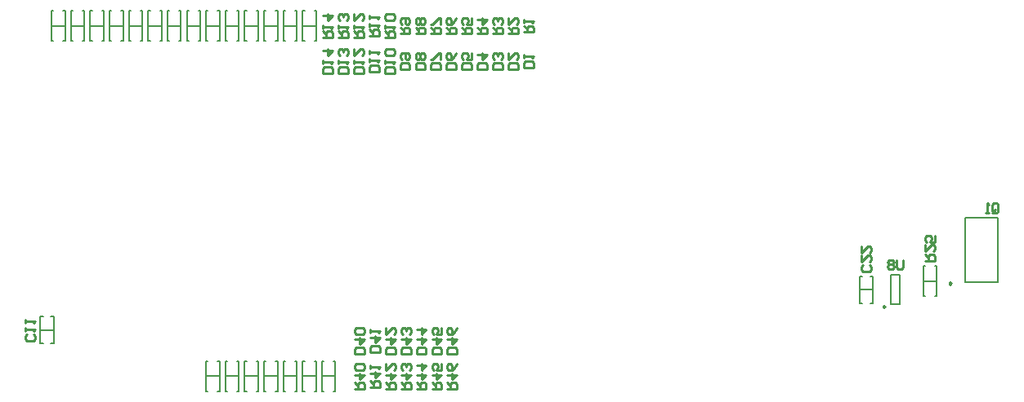
<source format=gbo>
G04*
G04 #@! TF.GenerationSoftware,Altium Limited,Altium Designer,22.8.2 (66)*
G04*
G04 Layer_Color=32896*
%FSLAX25Y25*%
%MOIN*%
G70*
G04*
G04 #@! TF.SameCoordinates,268FDEF5-58AA-4C19-BA7F-D61DA105112B*
G04*
G04*
G04 #@! TF.FilePolarity,Positive*
G04*
G01*
G75*
%ADD10C,0.00984*%
%ADD11C,0.00394*%
%ADD13C,0.01000*%
%ADD15C,0.00591*%
%ADD16C,0.00787*%
D10*
X580020Y350984D02*
X579282Y351410D01*
Y350558D01*
X580020Y350984D01*
X552854Y341437D02*
X552116Y341863D01*
Y341011D01*
X552854Y341437D01*
D11*
X281890Y321850D02*
D03*
X289764D02*
D03*
X297638D02*
D03*
X305512D02*
D03*
X313386D02*
D03*
X321260D02*
D03*
X329134D02*
D03*
X299606Y447441D02*
D03*
X228740D02*
D03*
X315354D02*
D03*
X291732D02*
D03*
X252362D02*
D03*
X244488D02*
D03*
X260236D02*
D03*
X283858D02*
D03*
X268110D02*
D03*
X275984D02*
D03*
X307480D02*
D03*
X236614D02*
D03*
X220866D02*
D03*
X212992D02*
D03*
D13*
X546588Y358400D02*
X547243Y357744D01*
Y356432D01*
X546588Y355776D01*
X543964D01*
X543308Y356432D01*
Y357744D01*
X543964Y358400D01*
X543308Y362335D02*
Y359712D01*
X545931Y362335D01*
X546588D01*
X547243Y361680D01*
Y360368D01*
X546588Y359712D01*
X543308Y366271D02*
Y363647D01*
X545931Y366271D01*
X546588D01*
X547243Y365615D01*
Y364303D01*
X546588Y363647D01*
X560366Y360629D02*
Y357349D01*
X559710Y356694D01*
X558398D01*
X557743Y357349D01*
Y360629D01*
X556431Y359973D02*
X555775Y360629D01*
X554463D01*
X553807Y359973D01*
Y359317D01*
X554463Y358661D01*
X553807Y358005D01*
Y357349D01*
X554463Y356694D01*
X555775D01*
X556431Y357349D01*
Y358005D01*
X555775Y358661D01*
X556431Y359317D01*
Y359973D01*
X555775Y358661D02*
X554463D01*
X374410Y307745D02*
X378346D01*
Y309712D01*
X377690Y310368D01*
X376378D01*
X375722Y309712D01*
Y307745D01*
Y309056D02*
X374410Y310368D01*
Y313648D02*
X378346D01*
X376378Y311680D01*
Y314304D01*
X378346Y318240D02*
X377690Y316928D01*
X376378Y315616D01*
X375066D01*
X374410Y316272D01*
Y317584D01*
X375066Y318240D01*
X375722D01*
X376378Y317584D01*
Y315616D01*
X368111Y307745D02*
X372047D01*
Y309712D01*
X371391Y310368D01*
X370079D01*
X369423Y309712D01*
Y307745D01*
Y309056D02*
X368111Y310368D01*
Y313648D02*
X372047D01*
X370079Y311680D01*
Y314304D01*
X372047Y318240D02*
Y315616D01*
X370079D01*
X370735Y316928D01*
Y317584D01*
X370079Y318240D01*
X368767D01*
X368111Y317584D01*
Y316272D01*
X368767Y315616D01*
X361812Y307745D02*
X365747D01*
Y309712D01*
X365091Y310368D01*
X363779D01*
X363124Y309712D01*
Y307745D01*
Y309056D02*
X361812Y310368D01*
Y313648D02*
X365747D01*
X363779Y311680D01*
Y314304D01*
X361812Y317584D02*
X365747D01*
X363779Y315616D01*
Y318240D01*
X355512Y307745D02*
X359448D01*
Y309712D01*
X358792Y310368D01*
X357480D01*
X356824Y309712D01*
Y307745D01*
Y309056D02*
X355512Y310368D01*
Y313648D02*
X359448D01*
X357480Y311680D01*
Y314304D01*
X358792Y315616D02*
X359448Y316272D01*
Y317584D01*
X358792Y318240D01*
X358136D01*
X357480Y317584D01*
Y316928D01*
Y317584D01*
X356824Y318240D01*
X356168D01*
X355512Y317584D01*
Y316272D01*
X356168Y315616D01*
X349213Y307745D02*
X353149D01*
Y309712D01*
X352493Y310368D01*
X351181D01*
X350525Y309712D01*
Y307745D01*
Y309056D02*
X349213Y310368D01*
Y313648D02*
X353149D01*
X351181Y311680D01*
Y314304D01*
X349213Y318240D02*
Y315616D01*
X351837Y318240D01*
X352493D01*
X353149Y317584D01*
Y316272D01*
X352493Y315616D01*
X342914Y308400D02*
X346850D01*
Y310368D01*
X346194Y311024D01*
X344882D01*
X344226Y310368D01*
Y308400D01*
Y309712D02*
X342914Y311024D01*
Y314304D02*
X346850D01*
X344882Y312336D01*
Y314960D01*
X342914Y316272D02*
Y317584D01*
Y316928D01*
X346850D01*
X346194Y316272D01*
X336615Y307745D02*
X340551D01*
Y309712D01*
X339895Y310368D01*
X338583D01*
X337927Y309712D01*
Y307745D01*
Y309056D02*
X336615Y310368D01*
Y313648D02*
X340551D01*
X338583Y311680D01*
Y314304D01*
X339895Y315616D02*
X340551Y316272D01*
Y317584D01*
X339895Y318240D01*
X337271D01*
X336615Y317584D01*
Y316272D01*
X337271Y315616D01*
X339895D01*
X569292Y360107D02*
X573228D01*
Y362074D01*
X572572Y362731D01*
X571260D01*
X570604Y362074D01*
Y360107D01*
Y361419D02*
X569292Y362731D01*
Y366666D02*
Y364042D01*
X571916Y366666D01*
X572572D01*
X573228Y366010D01*
Y364698D01*
X572572Y364042D01*
X573228Y370602D02*
Y367978D01*
X571260D01*
X571916Y369290D01*
Y369946D01*
X571260Y370602D01*
X569948D01*
X569292Y369946D01*
Y368634D01*
X569948Y367978D01*
X323623Y451379D02*
X327558D01*
Y453347D01*
X326903Y454003D01*
X325590D01*
X324935Y453347D01*
Y451379D01*
Y452691D02*
X323623Y454003D01*
Y455315D02*
Y456627D01*
Y455971D01*
X327558D01*
X326903Y455315D01*
X323623Y460563D02*
X327558D01*
X325590Y458595D01*
Y461219D01*
X329922Y451379D02*
X333858D01*
Y453347D01*
X333202Y454003D01*
X331890D01*
X331234Y453347D01*
Y451379D01*
Y452691D02*
X329922Y454003D01*
Y455315D02*
Y456627D01*
Y455971D01*
X333858D01*
X333202Y455315D01*
Y458595D02*
X333858Y459251D01*
Y460563D01*
X333202Y461219D01*
X332546D01*
X331890Y460563D01*
Y459907D01*
Y460563D01*
X331234Y461219D01*
X330578D01*
X329922Y460563D01*
Y459251D01*
X330578Y458595D01*
X336221Y451379D02*
X340157D01*
Y453347D01*
X339501Y454003D01*
X338189D01*
X337533Y453347D01*
Y451379D01*
Y452691D02*
X336221Y454003D01*
Y455315D02*
Y456627D01*
Y455971D01*
X340157D01*
X339501Y455315D01*
X336221Y461219D02*
Y458595D01*
X338845Y461219D01*
X339501D01*
X340157Y460563D01*
Y459251D01*
X339501Y458595D01*
X342520Y452036D02*
X346456D01*
Y454003D01*
X345800Y454659D01*
X344488D01*
X343832Y454003D01*
Y452036D01*
Y453347D02*
X342520Y454659D01*
Y455971D02*
Y457283D01*
Y456627D01*
X346456D01*
X345800Y455971D01*
X342520Y459251D02*
Y460563D01*
Y459907D01*
X346456D01*
X345800Y459251D01*
X348819Y451379D02*
X352755D01*
Y453347D01*
X352099Y454003D01*
X350787D01*
X350131Y453347D01*
Y451379D01*
Y452691D02*
X348819Y454003D01*
Y455315D02*
Y456627D01*
Y455971D01*
X352755D01*
X352099Y455315D01*
Y458595D02*
X352755Y459251D01*
Y460563D01*
X352099Y461219D01*
X349476D01*
X348819Y460563D01*
Y459251D01*
X349476Y458595D01*
X352099D01*
X355119Y453019D02*
X359054D01*
Y454987D01*
X358399Y455643D01*
X357087D01*
X356431Y454987D01*
Y453019D01*
Y454331D02*
X355119Y455643D01*
X355775Y456955D02*
X355119Y457611D01*
Y458923D01*
X355775Y459579D01*
X358399D01*
X359054Y458923D01*
Y457611D01*
X358399Y456955D01*
X357743D01*
X357087Y457611D01*
Y459579D01*
X361418Y453019D02*
X365354D01*
Y454987D01*
X364698Y455643D01*
X363386D01*
X362730Y454987D01*
Y453019D01*
Y454331D02*
X361418Y455643D01*
X364698Y456955D02*
X365354Y457611D01*
Y458923D01*
X364698Y459579D01*
X364042D01*
X363386Y458923D01*
X362730Y459579D01*
X362074D01*
X361418Y458923D01*
Y457611D01*
X362074Y456955D01*
X362730D01*
X363386Y457611D01*
X364042Y456955D01*
X364698D01*
X363386Y457611D02*
Y458923D01*
X367717Y453019D02*
X371653D01*
Y454987D01*
X370997Y455643D01*
X369685D01*
X369029Y454987D01*
Y453019D01*
Y454331D02*
X367717Y455643D01*
X371653Y456955D02*
Y459579D01*
X370997D01*
X368373Y456955D01*
X367717D01*
X374016Y453019D02*
X377952D01*
Y454987D01*
X377296Y455643D01*
X375984D01*
X375328Y454987D01*
Y453019D01*
Y454331D02*
X374016Y455643D01*
X377952Y459579D02*
X377296Y458267D01*
X375984Y456955D01*
X374672D01*
X374016Y457611D01*
Y458923D01*
X374672Y459579D01*
X375328D01*
X375984Y458923D01*
Y456955D01*
X380316Y453019D02*
X384251D01*
Y454987D01*
X383595Y455643D01*
X382283D01*
X381627Y454987D01*
Y453019D01*
Y454331D02*
X380316Y455643D01*
X384251Y459579D02*
Y456955D01*
X382283D01*
X382939Y458267D01*
Y458923D01*
X382283Y459579D01*
X380972D01*
X380316Y458923D01*
Y457611D01*
X380972Y456955D01*
X386615Y453019D02*
X390551D01*
Y454987D01*
X389895Y455643D01*
X388583D01*
X387927Y454987D01*
Y453019D01*
Y454331D02*
X386615Y455643D01*
Y458923D02*
X390551D01*
X388583Y456955D01*
Y459579D01*
X392914Y453019D02*
X396850D01*
Y454987D01*
X396194Y455643D01*
X394882D01*
X394226Y454987D01*
Y453019D01*
Y454331D02*
X392914Y455643D01*
X396194Y456955D02*
X396850Y457611D01*
Y458923D01*
X396194Y459579D01*
X395538D01*
X394882Y458923D01*
Y458267D01*
Y458923D01*
X394226Y459579D01*
X393570D01*
X392914Y458923D01*
Y457611D01*
X393570Y456955D01*
X399213Y453019D02*
X403149D01*
Y454987D01*
X402493Y455643D01*
X401181D01*
X400525Y454987D01*
Y453019D01*
Y454331D02*
X399213Y455643D01*
Y459579D02*
Y456955D01*
X401837Y459579D01*
X402493D01*
X403149Y458923D01*
Y457611D01*
X402493Y456955D01*
X405512Y453675D02*
X409448D01*
Y455643D01*
X408792Y456299D01*
X407480D01*
X406824Y455643D01*
Y453675D01*
Y454987D02*
X405512Y456299D01*
Y457611D02*
Y458923D01*
Y458267D01*
X409448D01*
X408792Y457611D01*
X596457Y380578D02*
Y383202D01*
X597113Y383858D01*
X598424D01*
X599081Y383202D01*
Y380578D01*
X598424Y379922D01*
X597113D01*
X597769Y381234D02*
X596457Y379922D01*
X597113D02*
X596457Y380578D01*
X595145Y379922D02*
X593833D01*
X594489D01*
Y383858D01*
X595145Y383202D01*
X378346Y322311D02*
X374410D01*
Y324279D01*
X375066Y324935D01*
X377690D01*
X378346Y324279D01*
Y322311D01*
X374410Y328215D02*
X378346D01*
X376378Y326247D01*
Y328871D01*
X378346Y332807D02*
X377690Y331495D01*
X376378Y330183D01*
X375066D01*
X374410Y330839D01*
Y332151D01*
X375066Y332807D01*
X375722D01*
X376378Y332151D01*
Y330183D01*
X372047Y322311D02*
X368111D01*
Y324279D01*
X368767Y324935D01*
X371391D01*
X372047Y324279D01*
Y322311D01*
X368111Y328215D02*
X372047D01*
X370079Y326247D01*
Y328871D01*
X372047Y332807D02*
Y330183D01*
X370079D01*
X370735Y331495D01*
Y332151D01*
X370079Y332807D01*
X368767D01*
X368111Y332151D01*
Y330839D01*
X368767Y330183D01*
X365747Y322311D02*
X361812D01*
Y324279D01*
X362468Y324935D01*
X365091D01*
X365747Y324279D01*
Y322311D01*
X361812Y328215D02*
X365747D01*
X363779Y326247D01*
Y328871D01*
X361812Y332151D02*
X365747D01*
X363779Y330183D01*
Y332807D01*
X359448Y322311D02*
X355512D01*
Y324279D01*
X356168Y324935D01*
X358792D01*
X359448Y324279D01*
Y322311D01*
X355512Y328215D02*
X359448D01*
X357480Y326247D01*
Y328871D01*
X358792Y330183D02*
X359448Y330839D01*
Y332151D01*
X358792Y332807D01*
X358136D01*
X357480Y332151D01*
Y331495D01*
Y332151D01*
X356824Y332807D01*
X356168D01*
X355512Y332151D01*
Y330839D01*
X356168Y330183D01*
X353149Y322311D02*
X349213D01*
Y324279D01*
X349869Y324935D01*
X352493D01*
X353149Y324279D01*
Y322311D01*
X349213Y328215D02*
X353149D01*
X351181Y326247D01*
Y328871D01*
X349213Y332807D02*
Y330183D01*
X351837Y332807D01*
X352493D01*
X353149Y332151D01*
Y330839D01*
X352493Y330183D01*
X346850Y322967D02*
X342914D01*
Y324935D01*
X343570Y325591D01*
X346194D01*
X346850Y324935D01*
Y322967D01*
X342914Y328871D02*
X346850D01*
X344882Y326903D01*
Y329527D01*
X342914Y330839D02*
Y332151D01*
Y331495D01*
X346850D01*
X346194Y330839D01*
X340551Y322311D02*
X336615D01*
Y324279D01*
X337271Y324935D01*
X339895D01*
X340551Y324279D01*
Y322311D01*
X336615Y328215D02*
X340551D01*
X338583Y326247D01*
Y328871D01*
X339895Y330183D02*
X340551Y330839D01*
Y332151D01*
X339895Y332807D01*
X337271D01*
X336615Y332151D01*
Y330839D01*
X337271Y330183D01*
X339895D01*
X327558Y436813D02*
X323623D01*
Y438780D01*
X324279Y439436D01*
X326902D01*
X327558Y438780D01*
Y436813D01*
X323623Y440748D02*
Y442060D01*
Y441404D01*
X327558D01*
X326902Y440748D01*
X323623Y445996D02*
X327558D01*
X325590Y444028D01*
Y446652D01*
X333858Y436813D02*
X329922D01*
Y438780D01*
X330578Y439436D01*
X333202D01*
X333858Y438780D01*
Y436813D01*
X329922Y440748D02*
Y442060D01*
Y441404D01*
X333858D01*
X333202Y440748D01*
Y444028D02*
X333858Y444684D01*
Y445996D01*
X333202Y446652D01*
X332546D01*
X331890Y445996D01*
Y445340D01*
Y445996D01*
X331234Y446652D01*
X330578D01*
X329922Y445996D01*
Y444684D01*
X330578Y444028D01*
X340157Y436813D02*
X336221D01*
Y438780D01*
X336877Y439436D01*
X339501D01*
X340157Y438780D01*
Y436813D01*
X336221Y440748D02*
Y442060D01*
Y441404D01*
X340157D01*
X339501Y440748D01*
X336221Y446652D02*
Y444028D01*
X338845Y446652D01*
X339501D01*
X340157Y445996D01*
Y444684D01*
X339501Y444028D01*
X346456Y437469D02*
X342520D01*
Y439436D01*
X343176Y440092D01*
X345800D01*
X346456Y439436D01*
Y437469D01*
X342520Y441404D02*
Y442716D01*
Y442060D01*
X346456D01*
X345800Y441404D01*
X342520Y444684D02*
Y445996D01*
Y445340D01*
X346456D01*
X345800Y444684D01*
X352755Y436813D02*
X348819D01*
Y438780D01*
X349476Y439436D01*
X352099D01*
X352755Y438780D01*
Y436813D01*
X348819Y440748D02*
Y442060D01*
Y441404D01*
X352755D01*
X352099Y440748D01*
Y444028D02*
X352755Y444684D01*
Y445996D01*
X352099Y446652D01*
X349476D01*
X348819Y445996D01*
Y444684D01*
X349476Y444028D01*
X352099D01*
X359054Y438452D02*
X355119D01*
Y440420D01*
X355775Y441076D01*
X358399D01*
X359054Y440420D01*
Y438452D01*
X355775Y442388D02*
X355119Y443044D01*
Y444356D01*
X355775Y445012D01*
X358399D01*
X359054Y444356D01*
Y443044D01*
X358399Y442388D01*
X357743D01*
X357087Y443044D01*
Y445012D01*
X365354Y438452D02*
X361418D01*
Y440420D01*
X362074Y441076D01*
X364698D01*
X365354Y440420D01*
Y438452D01*
X364698Y442388D02*
X365354Y443044D01*
Y444356D01*
X364698Y445012D01*
X364042D01*
X363386Y444356D01*
X362730Y445012D01*
X362074D01*
X361418Y444356D01*
Y443044D01*
X362074Y442388D01*
X362730D01*
X363386Y443044D01*
X364042Y442388D01*
X364698D01*
X363386Y443044D02*
Y444356D01*
X371653Y438452D02*
X367717D01*
Y440420D01*
X368373Y441076D01*
X370997D01*
X371653Y440420D01*
Y438452D01*
Y442388D02*
Y445012D01*
X370997D01*
X368373Y442388D01*
X367717D01*
X377952Y438452D02*
X374016D01*
Y440420D01*
X374672Y441076D01*
X377296D01*
X377952Y440420D01*
Y438452D01*
Y445012D02*
X377296Y443700D01*
X375984Y442388D01*
X374672D01*
X374016Y443044D01*
Y444356D01*
X374672Y445012D01*
X375328D01*
X375984Y444356D01*
Y442388D01*
X384251Y438452D02*
X380316D01*
Y440420D01*
X380972Y441076D01*
X383595D01*
X384251Y440420D01*
Y438452D01*
Y445012D02*
Y442388D01*
X382283D01*
X382939Y443700D01*
Y444356D01*
X382283Y445012D01*
X380972D01*
X380316Y444356D01*
Y443044D01*
X380972Y442388D01*
X390551Y438452D02*
X386615D01*
Y440420D01*
X387271Y441076D01*
X389895D01*
X390551Y440420D01*
Y438452D01*
X386615Y444356D02*
X390551D01*
X388583Y442388D01*
Y445012D01*
X396850Y438452D02*
X392914D01*
Y440420D01*
X393570Y441076D01*
X396194D01*
X396850Y440420D01*
Y438452D01*
X396194Y442388D02*
X396850Y443044D01*
Y444356D01*
X396194Y445012D01*
X395538D01*
X394882Y444356D01*
Y443700D01*
Y444356D01*
X394226Y445012D01*
X393570D01*
X392914Y444356D01*
Y443044D01*
X393570Y442388D01*
X403149Y438452D02*
X399213D01*
Y440420D01*
X399869Y441076D01*
X402493D01*
X403149Y440420D01*
Y438452D01*
X399213Y445012D02*
Y442388D01*
X401837Y445012D01*
X402493D01*
X403149Y444356D01*
Y443044D01*
X402493Y442388D01*
X409448Y439109D02*
X405512D01*
Y441076D01*
X406168Y441732D01*
X408792D01*
X409448Y441076D01*
Y439109D01*
X405512Y443044D02*
Y444356D01*
Y443700D01*
X409448D01*
X408792Y443044D01*
X205643Y330250D02*
X206299Y329594D01*
Y328282D01*
X205643Y327626D01*
X203019D01*
X202363Y328282D01*
Y329594D01*
X203019Y330250D01*
X202363Y331562D02*
Y332874D01*
Y332218D01*
X206299D01*
X205643Y331562D01*
X202363Y334842D02*
Y336154D01*
Y335497D01*
X206299D01*
X205643Y334842D01*
D15*
X208268Y331890D02*
X213779D01*
X212598Y326378D02*
X213779D01*
Y337402D01*
X212598D02*
X213779D01*
X208268D02*
X209449D01*
X208268Y326378D02*
Y337402D01*
Y326378D02*
X209449D01*
X542520Y342913D02*
X543701D01*
X542520D02*
Y353937D01*
X543701D01*
X546850D02*
X548032D01*
Y342913D02*
Y353937D01*
X546850Y342913D02*
X548032D01*
X542520Y348425D02*
X548032D01*
X573260Y358268D02*
X574016D01*
Y345669D02*
Y358268D01*
X573260Y345669D02*
X574016D01*
X568504D02*
X569260D01*
X568504D02*
Y358268D01*
X569260D01*
X568504Y351969D02*
X574016D01*
X280740Y319291D02*
X281496D01*
Y306693D02*
Y319291D01*
X280740Y306693D02*
X281496D01*
X275984D02*
X276740D01*
X275984D02*
Y319291D01*
X276740D01*
X275984Y312992D02*
X281496D01*
X296488Y319291D02*
X297244D01*
Y306693D02*
Y319291D01*
X296488Y306693D02*
X297244D01*
X291732D02*
X292488D01*
X291732D02*
Y319291D01*
X292488D01*
X291732Y312992D02*
X297244D01*
X288614Y319291D02*
X289370D01*
Y306693D02*
Y319291D01*
X288614Y306693D02*
X289370D01*
X283858D02*
X284614D01*
X283858D02*
Y319291D01*
X284614D01*
X283858Y312992D02*
X289370D01*
X320110Y319291D02*
X320866D01*
Y306693D02*
Y319291D01*
X320110Y306693D02*
X320866D01*
X315354D02*
X316110D01*
X315354D02*
Y319291D01*
X316110D01*
X315354Y312992D02*
X320866D01*
X327984Y319291D02*
X328740D01*
Y306693D02*
Y319291D01*
X327984Y306693D02*
X328740D01*
X323228D02*
X323984D01*
X323228D02*
Y319291D01*
X323984D01*
X323228Y312992D02*
X328740D01*
X304362Y319291D02*
X305118D01*
Y306693D02*
Y319291D01*
X304362Y306693D02*
X305118D01*
X299606D02*
X300362D01*
X299606D02*
Y319291D01*
X300362D01*
X299606Y312992D02*
X305118D01*
X312236Y319291D02*
X312992D01*
Y306693D02*
Y319291D01*
X312236Y306693D02*
X312992D01*
X307480D02*
X308236D01*
X307480D02*
Y319291D01*
X308236D01*
X307480Y312992D02*
X312992D01*
X299606Y450000D02*
X300362D01*
X299606D02*
Y462598D01*
X300362D01*
X304362D02*
X305118D01*
Y450000D02*
Y462598D01*
X304362Y450000D02*
X305118D01*
X299606Y456299D02*
X305118D01*
X275984Y450000D02*
X276740D01*
X275984D02*
Y462598D01*
X276740D01*
X280740D02*
X281496D01*
Y450000D02*
Y462598D01*
X280740Y450000D02*
X281496D01*
X275984Y456299D02*
X281496D01*
X268110Y450000D02*
X268866D01*
X268110D02*
Y462598D01*
X268866D01*
X272866D02*
X273622D01*
Y450000D02*
Y462598D01*
X272866Y450000D02*
X273622D01*
X268110Y456299D02*
X273622D01*
X260236Y450000D02*
X260992D01*
X260236D02*
Y462598D01*
X260992D01*
X264992D02*
X265748D01*
Y450000D02*
Y462598D01*
X264992Y450000D02*
X265748D01*
X260236Y456299D02*
X265748D01*
X228740Y450000D02*
X229496D01*
X228740D02*
Y462598D01*
X229496D01*
X233496D02*
X234252D01*
Y450000D02*
Y462598D01*
X233496Y450000D02*
X234252D01*
X228740Y456299D02*
X234252D01*
X252362Y450000D02*
X253118D01*
X252362D02*
Y462598D01*
X253118D01*
X257118D02*
X257874D01*
Y450000D02*
Y462598D01*
X257118Y450000D02*
X257874D01*
X252362Y456299D02*
X257874D01*
X236614Y450000D02*
X237370D01*
X236614D02*
Y462598D01*
X237370D01*
X241370D02*
X242126D01*
Y450000D02*
Y462598D01*
X241370Y450000D02*
X242126D01*
X236614Y456299D02*
X242126D01*
X244488Y450000D02*
X245244D01*
X244488D02*
Y462598D01*
X245244D01*
X249244D02*
X250000D01*
Y450000D02*
Y462598D01*
X249244Y450000D02*
X250000D01*
X244488Y456299D02*
X250000D01*
X220866Y450000D02*
X221622D01*
X220866D02*
Y462598D01*
X221622D01*
X225622D02*
X226378D01*
Y450000D02*
Y462598D01*
X225622Y450000D02*
X226378D01*
X220866Y456299D02*
X226378D01*
X212992Y450000D02*
X213748D01*
X212992D02*
Y462598D01*
X213748D01*
X217748D02*
X218504D01*
Y450000D02*
Y462598D01*
X217748Y450000D02*
X218504D01*
X212992Y456299D02*
X218504D01*
X291732Y450000D02*
X292488D01*
X291732D02*
Y462598D01*
X292488D01*
X296488D02*
X297244D01*
Y450000D02*
Y462598D01*
X296488Y450000D02*
X297244D01*
X291732Y456299D02*
X297244D01*
X315354Y450000D02*
X316110D01*
X315354D02*
Y462598D01*
X316110D01*
X320110D02*
X320866D01*
Y450000D02*
Y462598D01*
X320110Y450000D02*
X320866D01*
X315354Y456299D02*
X320866D01*
X307480Y450000D02*
X308236D01*
X307480D02*
Y462598D01*
X308236D01*
X312236D02*
X312992D01*
Y450000D02*
Y462598D01*
X312236Y450000D02*
X312992D01*
X307480Y456299D02*
X312992D01*
X283858Y450000D02*
X284614D01*
X283858D02*
Y462598D01*
X284614D01*
X288614D02*
X289370D01*
Y450000D02*
Y462598D01*
X288614Y450000D02*
X289370D01*
X283858Y456299D02*
X289370D01*
D16*
X585433Y377756D02*
X598819D01*
X585433Y351378D02*
X598819D01*
Y377756D01*
X585433Y351378D02*
Y377756D01*
X558858Y342323D02*
Y354528D01*
X555315Y342323D02*
Y354528D01*
X558858D01*
X555315Y342323D02*
X558858D01*
M02*

</source>
